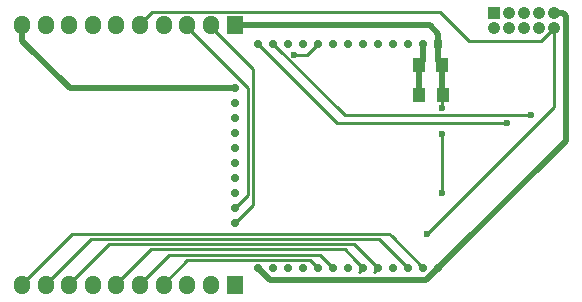
<source format=gbr>
G04 #@! TF.FileFunction,Copper,L2,Bot,Signal*
%FSLAX46Y46*%
G04 Gerber Fmt 4.6, Leading zero omitted, Abs format (unit mm)*
G04 Created by KiCad (PCBNEW 4.0.2-4+6225~38~ubuntu15.10.1-stable) date søn 17 apr 2016 19:21:06 CEST*
%MOMM*%
G01*
G04 APERTURE LIST*
%ADD10C,0.100000*%
%ADD11R,1.050000X1.050000*%
%ADD12C,1.050000*%
%ADD13R,0.700000X0.700000*%
%ADD14C,0.700000*%
%ADD15R,1.000000X1.250000*%
%ADD16O,1.360000X1.600000*%
%ADD17R,1.360000X1.600000*%
%ADD18C,0.600000*%
%ADD19C,0.250000*%
%ADD20C,0.500000*%
G04 APERTURE END LIST*
D10*
D11*
X162560000Y-127430000D03*
D12*
X163830000Y-127430000D03*
X165100000Y-127430000D03*
X166370000Y-127430000D03*
X167640000Y-127430000D03*
X163830000Y-128700000D03*
X165100000Y-128700000D03*
X166370000Y-128700000D03*
X167640000Y-128700000D03*
X162560000Y-128700000D03*
D13*
X157820000Y-130040000D03*
D14*
X156550000Y-130040000D03*
X155280000Y-130040000D03*
X154010000Y-130040000D03*
X152740000Y-130040000D03*
X151470000Y-130040000D03*
X150200000Y-130040000D03*
X148930000Y-130040000D03*
X147660000Y-130040000D03*
X146390000Y-130040000D03*
X145120000Y-130040000D03*
X143850000Y-130040000D03*
X140580000Y-133830000D03*
X152740000Y-149040000D03*
X150200000Y-149040000D03*
X151470000Y-149040000D03*
X148930000Y-149040000D03*
X155280000Y-149040000D03*
X154010000Y-149040000D03*
X156550000Y-149040000D03*
X157820000Y-149040000D03*
X147660000Y-149040000D03*
X143850000Y-149040000D03*
X146390000Y-149040000D03*
X142580000Y-149040000D03*
X145120000Y-149040000D03*
X142580000Y-130040000D03*
X140580000Y-135100000D03*
X140580000Y-136370000D03*
X140580000Y-137640000D03*
X140580000Y-138910000D03*
X140580000Y-140180000D03*
X140580000Y-141450000D03*
X140580000Y-142720000D03*
X140580000Y-143990000D03*
X140580000Y-145260000D03*
D15*
X158221782Y-134411288D03*
X156221782Y-134411288D03*
X158180000Y-131840000D03*
X156180000Y-131840000D03*
D16*
X122575000Y-150500000D03*
X124575000Y-150500000D03*
X126575000Y-150500000D03*
X128575000Y-150500000D03*
X130575000Y-150500000D03*
X132575000Y-150500000D03*
X134575000Y-150500000D03*
X136575000Y-150500000D03*
X138575000Y-150500000D03*
D17*
X140575000Y-150500000D03*
X140575000Y-128500000D03*
D16*
X138575000Y-128500000D03*
X136575000Y-128500000D03*
X134575000Y-128500000D03*
X132575000Y-128500000D03*
X130575000Y-128500000D03*
X128575000Y-128500000D03*
X126575000Y-128500000D03*
X124575000Y-128500000D03*
X122575000Y-128500000D03*
D18*
X156870000Y-146180000D03*
X158120000Y-135450000D03*
X158120000Y-137690000D03*
X158150000Y-142680000D03*
X145650718Y-130956806D03*
X165690000Y-136120000D03*
X163660000Y-136730000D03*
D19*
X167640000Y-128700000D02*
X167640000Y-135380000D01*
X167640000Y-135380000D02*
X156870000Y-146150000D01*
X156870000Y-146150000D02*
X156870000Y-146180000D01*
X160430000Y-129844999D02*
X157960000Y-127374999D01*
X160430000Y-129844999D02*
X166495001Y-129844999D01*
X166495001Y-129844999D02*
X167640000Y-128700000D01*
X133580001Y-127374999D02*
X157960000Y-127374999D01*
X132575000Y-128500000D02*
X132575000Y-128380000D01*
X132575000Y-128380000D02*
X133580001Y-127374999D01*
D20*
X167640000Y-127430000D02*
X168382462Y-127430000D01*
X168615001Y-138244999D02*
X158169999Y-148690001D01*
X168382462Y-127430000D02*
X168615001Y-127662539D01*
X168615001Y-127662539D02*
X168615001Y-138244999D01*
X158169999Y-148690001D02*
X157820000Y-149040000D01*
X122575000Y-128500000D02*
X122575000Y-129800000D01*
X122575000Y-129800000D02*
X126605000Y-133830000D01*
X140085026Y-133830000D02*
X140580000Y-133830000D01*
X126605000Y-133830000D02*
X140085026Y-133830000D01*
X156180000Y-131840000D02*
X156180000Y-134369506D01*
X156180000Y-134369506D02*
X156221782Y-134411288D01*
X156550000Y-130040000D02*
X156550000Y-131470000D01*
X156550000Y-131470000D02*
X156180000Y-131840000D01*
X143590000Y-150050000D02*
X156810000Y-150050000D01*
X156810000Y-150050000D02*
X157820000Y-149040000D01*
X142580000Y-149040000D02*
X143590000Y-150050000D01*
D19*
X158120000Y-135450000D02*
X158120000Y-134513070D01*
X158120000Y-134513070D02*
X158221782Y-134411288D01*
X158150000Y-142680000D02*
X158150000Y-137720000D01*
X158150000Y-137720000D02*
X158120000Y-137690000D01*
D20*
X158180000Y-131840000D02*
X158180000Y-134369506D01*
X158180000Y-134369506D02*
X158221782Y-134411288D01*
X157820000Y-130040000D02*
X157820000Y-131480000D01*
X157820000Y-131480000D02*
X158180000Y-131840000D01*
X140575000Y-128500000D02*
X157130000Y-128500000D01*
X157130000Y-128500000D02*
X157820000Y-129190000D01*
X157820000Y-129190000D02*
X157820000Y-130040000D01*
D19*
X130575000Y-128500000D02*
X130575000Y-128620000D01*
X147660000Y-130040000D02*
X146743194Y-130956806D01*
X146743194Y-130956806D02*
X146074982Y-130956806D01*
X146074982Y-130956806D02*
X145650718Y-130956806D01*
X128575000Y-128620000D02*
X128575000Y-128500000D01*
X165265736Y-136120000D02*
X165690000Y-136120000D01*
X165250734Y-136104998D02*
X165265736Y-136120000D01*
X149914998Y-136104998D02*
X165250734Y-136104998D01*
X143850000Y-130040000D02*
X149914998Y-136104998D01*
X134575000Y-150500000D02*
X134575000Y-150380000D01*
X134575000Y-150380000D02*
X136590001Y-148364999D01*
X136590001Y-148364999D02*
X146984999Y-148364999D01*
X146984999Y-148364999D02*
X147310001Y-148690001D01*
X147310001Y-148690001D02*
X147660000Y-149040000D01*
X126575000Y-150500000D02*
X126575000Y-150380000D01*
X126575000Y-150380000D02*
X129940034Y-147014966D01*
X129940034Y-147014966D02*
X150714966Y-147014966D01*
X150714966Y-147014966D02*
X151614988Y-147914988D01*
X151614988Y-147914988D02*
X152740000Y-149040000D01*
X152390001Y-149389999D02*
X152740000Y-149040000D01*
X148930000Y-149040000D02*
X147804988Y-147914988D01*
X147804988Y-147914988D02*
X135040012Y-147914988D01*
X135040012Y-147914988D02*
X132575000Y-150380000D01*
X132575000Y-150380000D02*
X132575000Y-150500000D01*
X122575000Y-150500000D02*
X122575000Y-150380000D01*
X122575000Y-150380000D02*
X126840056Y-146114944D01*
X126840056Y-146114944D02*
X153624944Y-146114944D01*
X153624944Y-146114944D02*
X153869956Y-146359956D01*
X153869956Y-146359956D02*
X156550000Y-149040000D01*
X130575000Y-150500000D02*
X130575000Y-150380000D01*
X130575000Y-150380000D02*
X133490023Y-147464977D01*
X133490023Y-147464977D02*
X149894977Y-147464977D01*
X149894977Y-147464977D02*
X150794999Y-148364999D01*
X150794999Y-148364999D02*
X151470000Y-149040000D01*
X151120001Y-149389999D02*
X151470000Y-149040000D01*
X130575000Y-150500000D02*
X130575000Y-150620000D01*
X124575000Y-150500000D02*
X124575000Y-150380000D01*
X124575000Y-150380000D02*
X128390045Y-146564955D01*
X128390045Y-146564955D02*
X152804955Y-146564955D01*
X152804955Y-146564955D02*
X153629989Y-147389989D01*
X153629989Y-147389989D02*
X155280000Y-149040000D01*
X145370000Y-132850000D02*
X149250000Y-136730000D01*
X149250000Y-136730000D02*
X163660000Y-136730000D01*
X145370000Y-132830000D02*
X145370000Y-132850000D01*
X142580000Y-130040000D02*
X145370000Y-132830000D01*
X141720000Y-133765000D02*
X141720000Y-142850000D01*
X141720000Y-142850000D02*
X140580000Y-143990000D01*
X136575000Y-128500000D02*
X136575000Y-128620000D01*
X136575000Y-128620000D02*
X141720000Y-133765000D01*
X142170011Y-143669989D02*
X140929999Y-144910001D01*
X138575000Y-128500000D02*
X138575000Y-128620000D01*
X140929999Y-144910001D02*
X140580000Y-145260000D01*
X138575000Y-128620000D02*
X142170011Y-132215011D01*
X142170011Y-132215011D02*
X142170011Y-143669989D01*
M02*

</source>
